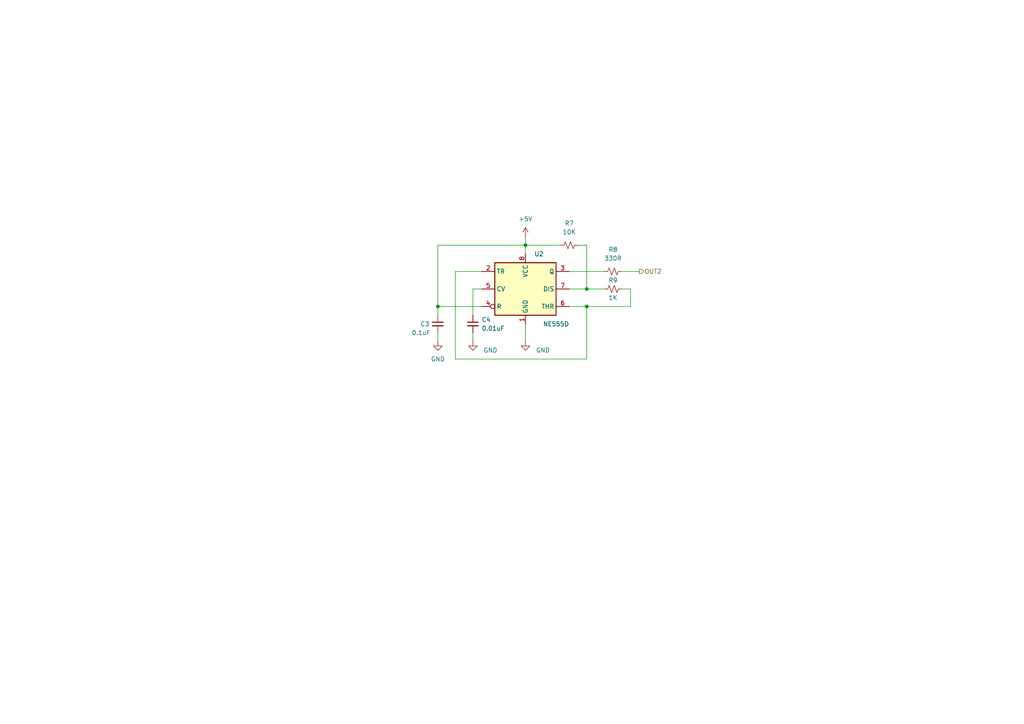
<source format=kicad_sch>
(kicad_sch
	(version 20231120)
	(generator "eeschema")
	(generator_version "8.0")
	(uuid "19100132-29bf-41ec-96db-0f7aaef4ac61")
	(paper "A4")
	(title_block
		(title "AstableF2")
		(date "2024-10-23")
		(rev "1.0")
		(company "ArVi")
		(comment 1 "Designed by")
	)
	(lib_symbols
		(symbol "Device:C_Small"
			(pin_numbers hide)
			(pin_names
				(offset 0.254) hide)
			(exclude_from_sim no)
			(in_bom yes)
			(on_board yes)
			(property "Reference" "C"
				(at 0.254 1.778 0)
				(effects
					(font
						(size 1.27 1.27)
					)
					(justify left)
				)
			)
			(property "Value" "C_Small"
				(at 0.254 -2.032 0)
				(effects
					(font
						(size 1.27 1.27)
					)
					(justify left)
				)
			)
			(property "Footprint" ""
				(at 0 0 0)
				(effects
					(font
						(size 1.27 1.27)
					)
					(hide yes)
				)
			)
			(property "Datasheet" "~"
				(at 0 0 0)
				(effects
					(font
						(size 1.27 1.27)
					)
					(hide yes)
				)
			)
			(property "Description" "Unpolarized capacitor, small symbol"
				(at 0 0 0)
				(effects
					(font
						(size 1.27 1.27)
					)
					(hide yes)
				)
			)
			(property "ki_keywords" "capacitor cap"
				(at 0 0 0)
				(effects
					(font
						(size 1.27 1.27)
					)
					(hide yes)
				)
			)
			(property "ki_fp_filters" "C_*"
				(at 0 0 0)
				(effects
					(font
						(size 1.27 1.27)
					)
					(hide yes)
				)
			)
			(symbol "C_Small_0_1"
				(polyline
					(pts
						(xy -1.524 -0.508) (xy 1.524 -0.508)
					)
					(stroke
						(width 0.3302)
						(type default)
					)
					(fill
						(type none)
					)
				)
				(polyline
					(pts
						(xy -1.524 0.508) (xy 1.524 0.508)
					)
					(stroke
						(width 0.3048)
						(type default)
					)
					(fill
						(type none)
					)
				)
			)
			(symbol "C_Small_1_1"
				(pin passive line
					(at 0 2.54 270)
					(length 2.032)
					(name "~"
						(effects
							(font
								(size 1.27 1.27)
							)
						)
					)
					(number "1"
						(effects
							(font
								(size 1.27 1.27)
							)
						)
					)
				)
				(pin passive line
					(at 0 -2.54 90)
					(length 2.032)
					(name "~"
						(effects
							(font
								(size 1.27 1.27)
							)
						)
					)
					(number "2"
						(effects
							(font
								(size 1.27 1.27)
							)
						)
					)
				)
			)
		)
		(symbol "Device:R_Small_US"
			(pin_numbers hide)
			(pin_names
				(offset 0.254) hide)
			(exclude_from_sim no)
			(in_bom yes)
			(on_board yes)
			(property "Reference" "R"
				(at 0.762 0.508 0)
				(effects
					(font
						(size 1.27 1.27)
					)
					(justify left)
				)
			)
			(property "Value" "R_Small_US"
				(at 0.762 -1.016 0)
				(effects
					(font
						(size 1.27 1.27)
					)
					(justify left)
				)
			)
			(property "Footprint" ""
				(at 0 0 0)
				(effects
					(font
						(size 1.27 1.27)
					)
					(hide yes)
				)
			)
			(property "Datasheet" "~"
				(at 0 0 0)
				(effects
					(font
						(size 1.27 1.27)
					)
					(hide yes)
				)
			)
			(property "Description" "Resistor, small US symbol"
				(at 0 0 0)
				(effects
					(font
						(size 1.27 1.27)
					)
					(hide yes)
				)
			)
			(property "ki_keywords" "r resistor"
				(at 0 0 0)
				(effects
					(font
						(size 1.27 1.27)
					)
					(hide yes)
				)
			)
			(property "ki_fp_filters" "R_*"
				(at 0 0 0)
				(effects
					(font
						(size 1.27 1.27)
					)
					(hide yes)
				)
			)
			(symbol "R_Small_US_1_1"
				(polyline
					(pts
						(xy 0 0) (xy 1.016 -0.381) (xy 0 -0.762) (xy -1.016 -1.143) (xy 0 -1.524)
					)
					(stroke
						(width 0)
						(type default)
					)
					(fill
						(type none)
					)
				)
				(polyline
					(pts
						(xy 0 1.524) (xy 1.016 1.143) (xy 0 0.762) (xy -1.016 0.381) (xy 0 0)
					)
					(stroke
						(width 0)
						(type default)
					)
					(fill
						(type none)
					)
				)
				(pin passive line
					(at 0 2.54 270)
					(length 1.016)
					(name "~"
						(effects
							(font
								(size 1.27 1.27)
							)
						)
					)
					(number "1"
						(effects
							(font
								(size 1.27 1.27)
							)
						)
					)
				)
				(pin passive line
					(at 0 -2.54 90)
					(length 1.016)
					(name "~"
						(effects
							(font
								(size 1.27 1.27)
							)
						)
					)
					(number "2"
						(effects
							(font
								(size 1.27 1.27)
							)
						)
					)
				)
			)
		)
		(symbol "Timer:NE555D"
			(exclude_from_sim no)
			(in_bom yes)
			(on_board yes)
			(property "Reference" "U"
				(at -10.16 8.89 0)
				(effects
					(font
						(size 1.27 1.27)
					)
					(justify left)
				)
			)
			(property "Value" "NE555D"
				(at 2.54 8.89 0)
				(effects
					(font
						(size 1.27 1.27)
					)
					(justify left)
				)
			)
			(property "Footprint" "Package_SO:SOIC-8_3.9x4.9mm_P1.27mm"
				(at 21.59 -10.16 0)
				(effects
					(font
						(size 1.27 1.27)
					)
					(hide yes)
				)
			)
			(property "Datasheet" "http://www.ti.com/lit/ds/symlink/ne555.pdf"
				(at 21.59 -10.16 0)
				(effects
					(font
						(size 1.27 1.27)
					)
					(hide yes)
				)
			)
			(property "Description" "Precision Timers, 555 compatible, SOIC-8"
				(at 0 0 0)
				(effects
					(font
						(size 1.27 1.27)
					)
					(hide yes)
				)
			)
			(property "ki_keywords" "single timer 555"
				(at 0 0 0)
				(effects
					(font
						(size 1.27 1.27)
					)
					(hide yes)
				)
			)
			(property "ki_fp_filters" "SOIC*3.9x4.9mm*P1.27mm*"
				(at 0 0 0)
				(effects
					(font
						(size 1.27 1.27)
					)
					(hide yes)
				)
			)
			(symbol "NE555D_0_0"
				(pin power_in line
					(at 0 -10.16 90)
					(length 2.54)
					(name "GND"
						(effects
							(font
								(size 1.27 1.27)
							)
						)
					)
					(number "1"
						(effects
							(font
								(size 1.27 1.27)
							)
						)
					)
				)
				(pin power_in line
					(at 0 10.16 270)
					(length 2.54)
					(name "VCC"
						(effects
							(font
								(size 1.27 1.27)
							)
						)
					)
					(number "8"
						(effects
							(font
								(size 1.27 1.27)
							)
						)
					)
				)
			)
			(symbol "NE555D_0_1"
				(rectangle
					(start -8.89 -7.62)
					(end 8.89 7.62)
					(stroke
						(width 0.254)
						(type default)
					)
					(fill
						(type background)
					)
				)
				(rectangle
					(start -8.89 -7.62)
					(end 8.89 7.62)
					(stroke
						(width 0.254)
						(type default)
					)
					(fill
						(type background)
					)
				)
			)
			(symbol "NE555D_1_1"
				(pin input line
					(at -12.7 5.08 0)
					(length 3.81)
					(name "TR"
						(effects
							(font
								(size 1.27 1.27)
							)
						)
					)
					(number "2"
						(effects
							(font
								(size 1.27 1.27)
							)
						)
					)
				)
				(pin output line
					(at 12.7 5.08 180)
					(length 3.81)
					(name "Q"
						(effects
							(font
								(size 1.27 1.27)
							)
						)
					)
					(number "3"
						(effects
							(font
								(size 1.27 1.27)
							)
						)
					)
				)
				(pin input inverted
					(at -12.7 -5.08 0)
					(length 3.81)
					(name "R"
						(effects
							(font
								(size 1.27 1.27)
							)
						)
					)
					(number "4"
						(effects
							(font
								(size 1.27 1.27)
							)
						)
					)
				)
				(pin input line
					(at -12.7 0 0)
					(length 3.81)
					(name "CV"
						(effects
							(font
								(size 1.27 1.27)
							)
						)
					)
					(number "5"
						(effects
							(font
								(size 1.27 1.27)
							)
						)
					)
				)
				(pin input line
					(at 12.7 -5.08 180)
					(length 3.81)
					(name "THR"
						(effects
							(font
								(size 1.27 1.27)
							)
						)
					)
					(number "6"
						(effects
							(font
								(size 1.27 1.27)
							)
						)
					)
				)
				(pin input line
					(at 12.7 0 180)
					(length 3.81)
					(name "DIS"
						(effects
							(font
								(size 1.27 1.27)
							)
						)
					)
					(number "7"
						(effects
							(font
								(size 1.27 1.27)
							)
						)
					)
				)
			)
		)
		(symbol "power:+5V"
			(power)
			(pin_numbers hide)
			(pin_names
				(offset 0) hide)
			(exclude_from_sim no)
			(in_bom yes)
			(on_board yes)
			(property "Reference" "#PWR"
				(at 0 -3.81 0)
				(effects
					(font
						(size 1.27 1.27)
					)
					(hide yes)
				)
			)
			(property "Value" "+5V"
				(at 0 3.556 0)
				(effects
					(font
						(size 1.27 1.27)
					)
				)
			)
			(property "Footprint" ""
				(at 0 0 0)
				(effects
					(font
						(size 1.27 1.27)
					)
					(hide yes)
				)
			)
			(property "Datasheet" ""
				(at 0 0 0)
				(effects
					(font
						(size 1.27 1.27)
					)
					(hide yes)
				)
			)
			(property "Description" "Power symbol creates a global label with name \"+5V\""
				(at 0 0 0)
				(effects
					(font
						(size 1.27 1.27)
					)
					(hide yes)
				)
			)
			(property "ki_keywords" "global power"
				(at 0 0 0)
				(effects
					(font
						(size 1.27 1.27)
					)
					(hide yes)
				)
			)
			(symbol "+5V_0_1"
				(polyline
					(pts
						(xy -0.762 1.27) (xy 0 2.54)
					)
					(stroke
						(width 0)
						(type default)
					)
					(fill
						(type none)
					)
				)
				(polyline
					(pts
						(xy 0 0) (xy 0 2.54)
					)
					(stroke
						(width 0)
						(type default)
					)
					(fill
						(type none)
					)
				)
				(polyline
					(pts
						(xy 0 2.54) (xy 0.762 1.27)
					)
					(stroke
						(width 0)
						(type default)
					)
					(fill
						(type none)
					)
				)
			)
			(symbol "+5V_1_1"
				(pin power_in line
					(at 0 0 90)
					(length 0)
					(name "~"
						(effects
							(font
								(size 1.27 1.27)
							)
						)
					)
					(number "1"
						(effects
							(font
								(size 1.27 1.27)
							)
						)
					)
				)
			)
		)
		(symbol "power:GND"
			(power)
			(pin_numbers hide)
			(pin_names
				(offset 0) hide)
			(exclude_from_sim no)
			(in_bom yes)
			(on_board yes)
			(property "Reference" "#PWR"
				(at 0 -6.35 0)
				(effects
					(font
						(size 1.27 1.27)
					)
					(hide yes)
				)
			)
			(property "Value" "GND"
				(at 0 -3.81 0)
				(effects
					(font
						(size 1.27 1.27)
					)
				)
			)
			(property "Footprint" ""
				(at 0 0 0)
				(effects
					(font
						(size 1.27 1.27)
					)
					(hide yes)
				)
			)
			(property "Datasheet" ""
				(at 0 0 0)
				(effects
					(font
						(size 1.27 1.27)
					)
					(hide yes)
				)
			)
			(property "Description" "Power symbol creates a global label with name \"GND\" , ground"
				(at 0 0 0)
				(effects
					(font
						(size 1.27 1.27)
					)
					(hide yes)
				)
			)
			(property "ki_keywords" "global power"
				(at 0 0 0)
				(effects
					(font
						(size 1.27 1.27)
					)
					(hide yes)
				)
			)
			(symbol "GND_0_1"
				(polyline
					(pts
						(xy 0 0) (xy 0 -1.27) (xy 1.27 -1.27) (xy 0 -2.54) (xy -1.27 -1.27) (xy 0 -1.27)
					)
					(stroke
						(width 0)
						(type default)
					)
					(fill
						(type none)
					)
				)
			)
			(symbol "GND_1_1"
				(pin power_in line
					(at 0 0 270)
					(length 0)
					(name "~"
						(effects
							(font
								(size 1.27 1.27)
							)
						)
					)
					(number "1"
						(effects
							(font
								(size 1.27 1.27)
							)
						)
					)
				)
			)
		)
	)
	(junction
		(at 127 88.9)
		(diameter 0)
		(color 0 0 0 0)
		(uuid "1ea090e1-ab94-4568-856b-a4dd8c385fb6")
	)
	(junction
		(at 170.18 88.9)
		(diameter 0)
		(color 0 0 0 0)
		(uuid "274d9698-9134-46c6-9579-116a15063041")
	)
	(junction
		(at 152.4 71.12)
		(diameter 0)
		(color 0 0 0 0)
		(uuid "2fcee35a-9ff7-4356-8ca0-be6ab2b50132")
	)
	(junction
		(at 170.18 83.82)
		(diameter 0)
		(color 0 0 0 0)
		(uuid "4406ca2d-5c69-4672-bd11-c4974fc39c7c")
	)
	(wire
		(pts
			(xy 127 88.9) (xy 127 71.12)
		)
		(stroke
			(width 0)
			(type default)
		)
		(uuid "012f1724-914c-411e-b7ac-0b7d0d0866b7")
	)
	(wire
		(pts
			(xy 165.1 83.82) (xy 170.18 83.82)
		)
		(stroke
			(width 0)
			(type default)
		)
		(uuid "037056fc-1f89-499b-86f4-5403b2d913a4")
	)
	(wire
		(pts
			(xy 180.34 78.74) (xy 185.42 78.74)
		)
		(stroke
			(width 0)
			(type default)
		)
		(uuid "1becb1e0-c34e-490b-8b47-b442d74ccb69")
	)
	(wire
		(pts
			(xy 127 88.9) (xy 127 91.44)
		)
		(stroke
			(width 0)
			(type default)
		)
		(uuid "1f7d0d6c-038e-4717-89d8-2d34ab5d9c10")
	)
	(wire
		(pts
			(xy 139.7 88.9) (xy 127 88.9)
		)
		(stroke
			(width 0)
			(type default)
		)
		(uuid "200fdc3a-f4b7-4a2c-baf9-33e0eedd0f3a")
	)
	(wire
		(pts
			(xy 132.08 78.74) (xy 139.7 78.74)
		)
		(stroke
			(width 0)
			(type default)
		)
		(uuid "2cd271f6-7f29-45e5-a6fe-e30e5272193a")
	)
	(wire
		(pts
			(xy 127 96.52) (xy 127 99.06)
		)
		(stroke
			(width 0)
			(type default)
		)
		(uuid "3decae14-c9bf-409f-9b66-691a0874652c")
	)
	(wire
		(pts
			(xy 137.16 83.82) (xy 139.7 83.82)
		)
		(stroke
			(width 0)
			(type default)
		)
		(uuid "40257364-4a13-4d66-abaf-0dab04205039")
	)
	(wire
		(pts
			(xy 170.18 83.82) (xy 170.18 71.12)
		)
		(stroke
			(width 0)
			(type default)
		)
		(uuid "5c5be200-8e4d-4b0d-b175-e2718cb21871")
	)
	(wire
		(pts
			(xy 165.1 78.74) (xy 175.26 78.74)
		)
		(stroke
			(width 0)
			(type default)
		)
		(uuid "608d2d47-0aad-4ed1-8916-0349c88d28cf")
	)
	(wire
		(pts
			(xy 152.4 71.12) (xy 152.4 73.66)
		)
		(stroke
			(width 0)
			(type default)
		)
		(uuid "6e66dfa1-cda7-4e6e-b0bc-95c61e5093df")
	)
	(wire
		(pts
			(xy 182.88 83.82) (xy 182.88 88.9)
		)
		(stroke
			(width 0)
			(type default)
		)
		(uuid "776f4957-b528-46ef-b091-6c3ade0d0dd8")
	)
	(wire
		(pts
			(xy 170.18 88.9) (xy 182.88 88.9)
		)
		(stroke
			(width 0)
			(type default)
		)
		(uuid "7903c436-ee52-477d-8306-1e60e21447bf")
	)
	(wire
		(pts
			(xy 132.08 104.14) (xy 132.08 78.74)
		)
		(stroke
			(width 0)
			(type default)
		)
		(uuid "79ff9b56-d402-42b1-a31b-edb36a2f3849")
	)
	(wire
		(pts
			(xy 167.64 71.12) (xy 170.18 71.12)
		)
		(stroke
			(width 0)
			(type default)
		)
		(uuid "963af5bf-448f-4cca-b5f7-97cf2694237c")
	)
	(wire
		(pts
			(xy 170.18 88.9) (xy 170.18 104.14)
		)
		(stroke
			(width 0)
			(type default)
		)
		(uuid "9de0a766-413c-4e0e-be31-de17d916a4af")
	)
	(wire
		(pts
			(xy 170.18 83.82) (xy 175.26 83.82)
		)
		(stroke
			(width 0)
			(type default)
		)
		(uuid "a405f6a9-1482-4393-b011-6b3eb356cd55")
	)
	(wire
		(pts
			(xy 137.16 96.52) (xy 137.16 99.06)
		)
		(stroke
			(width 0)
			(type default)
		)
		(uuid "a87e06b0-88ae-4d3c-be9b-1e2fecdef00c")
	)
	(wire
		(pts
			(xy 152.4 93.98) (xy 152.4 99.06)
		)
		(stroke
			(width 0)
			(type default)
		)
		(uuid "ba789e23-0029-4345-bcbc-d3806d08887e")
	)
	(wire
		(pts
			(xy 137.16 91.44) (xy 137.16 83.82)
		)
		(stroke
			(width 0)
			(type default)
		)
		(uuid "bb18b6dc-c3de-4cbe-b780-9a2d3f5c4e3c")
	)
	(wire
		(pts
			(xy 152.4 71.12) (xy 162.56 71.12)
		)
		(stroke
			(width 0)
			(type default)
		)
		(uuid "ce5d5671-1e1e-453e-a2be-0eccd090788d")
	)
	(wire
		(pts
			(xy 127 71.12) (xy 152.4 71.12)
		)
		(stroke
			(width 0)
			(type default)
		)
		(uuid "dc703356-fdf2-4426-870b-d6ba69d2dd40")
	)
	(wire
		(pts
			(xy 180.34 83.82) (xy 182.88 83.82)
		)
		(stroke
			(width 0)
			(type default)
		)
		(uuid "e9c17e66-3e1b-4ad9-a8f7-d9677ebb1dac")
	)
	(wire
		(pts
			(xy 165.1 88.9) (xy 170.18 88.9)
		)
		(stroke
			(width 0)
			(type default)
		)
		(uuid "eba8fc69-e1f9-4e46-9d8c-389802d78b9a")
	)
	(wire
		(pts
			(xy 152.4 68.58) (xy 152.4 71.12)
		)
		(stroke
			(width 0)
			(type default)
		)
		(uuid "eee6fed4-f465-4de5-a5d9-e02a4fbc8245")
	)
	(wire
		(pts
			(xy 170.18 104.14) (xy 132.08 104.14)
		)
		(stroke
			(width 0)
			(type default)
		)
		(uuid "f7e8ed0a-83fa-46b6-84e0-828e9088b0f3")
	)
	(hierarchical_label "OUT2"
		(shape output)
		(at 185.42 78.74 0)
		(fields_autoplaced yes)
		(effects
			(font
				(size 1.27 1.27)
			)
			(justify left)
		)
		(uuid "c5422a16-c60d-4a66-b707-1ff48996dd01")
	)
	(symbol
		(lib_id "power:+5V")
		(at 152.4 68.58 0)
		(unit 1)
		(exclude_from_sim no)
		(in_bom yes)
		(on_board yes)
		(dnp no)
		(fields_autoplaced yes)
		(uuid "045442a0-9515-41ea-80f3-a27e762d3e4e")
		(property "Reference" "#PWR08"
			(at 152.4 72.39 0)
			(effects
				(font
					(size 1.27 1.27)
				)
				(hide yes)
			)
		)
		(property "Value" "+5V"
			(at 152.4 63.5 0)
			(effects
				(font
					(size 1.27 1.27)
				)
			)
		)
		(property "Footprint" ""
			(at 152.4 68.58 0)
			(effects
				(font
					(size 1.27 1.27)
				)
				(hide yes)
			)
		)
		(property "Datasheet" ""
			(at 152.4 68.58 0)
			(effects
				(font
					(size 1.27 1.27)
				)
				(hide yes)
			)
		)
		(property "Description" "Power symbol creates a global label with name \"+5V\""
			(at 152.4 68.58 0)
			(effects
				(font
					(size 1.27 1.27)
				)
				(hide yes)
			)
		)
		(pin "1"
			(uuid "1f1f8bad-9e24-4f69-8fcd-a6bfa21cae04")
		)
		(instances
			(project "hirerchy_test"
				(path "/217f3fc2-5bbf-4da7-910e-b73d6b0262c8/a0b3c593-cac0-43d9-9545-9285f4aa96e2"
					(reference "#PWR08")
					(unit 1)
				)
			)
		)
	)
	(symbol
		(lib_id "Timer:NE555D")
		(at 152.4 83.82 0)
		(unit 1)
		(exclude_from_sim no)
		(in_bom yes)
		(on_board yes)
		(dnp no)
		(uuid "07e6538e-13e1-4f1a-8740-b077d6779964")
		(property "Reference" "U2"
			(at 154.94 73.66 0)
			(effects
				(font
					(size 1.27 1.27)
				)
				(justify left)
			)
		)
		(property "Value" "NE555D"
			(at 157.48 93.98 0)
			(effects
				(font
					(size 1.27 1.27)
				)
				(justify left)
			)
		)
		(property "Footprint" "Package_SO:SOIC-8_3.9x4.9mm_P1.27mm"
			(at 173.99 93.98 0)
			(effects
				(font
					(size 1.27 1.27)
				)
				(hide yes)
			)
		)
		(property "Datasheet" "http://www.ti.com/lit/ds/symlink/ne555.pdf"
			(at 173.99 93.98 0)
			(effects
				(font
					(size 1.27 1.27)
				)
				(hide yes)
			)
		)
		(property "Description" "Precision Timers, 555 compatible, SOIC-8"
			(at 152.4 83.82 0)
			(effects
				(font
					(size 1.27 1.27)
				)
				(hide yes)
			)
		)
		(pin "7"
			(uuid "09b14310-b066-4331-8c07-83635c8289be")
		)
		(pin "1"
			(uuid "d7ddf255-75c9-4be4-9ace-496a5bf39f47")
		)
		(pin "6"
			(uuid "7d1e3948-ac6c-45d1-855f-104d0853cb9f")
		)
		(pin "3"
			(uuid "80e9fe9c-c50b-4cf3-aae5-59c3b5fee681")
		)
		(pin "8"
			(uuid "8afab9f8-f1b0-4ee7-941d-16c96a4d74e6")
		)
		(pin "2"
			(uuid "1e8a1fdc-6ea2-46e1-a729-c9446f3f93c0")
		)
		(pin "5"
			(uuid "dc932024-33f1-4165-89d3-c229685d667e")
		)
		(pin "4"
			(uuid "d8399f54-759f-4b5a-a9aa-f33262ca6ca6")
		)
		(instances
			(project "hirerchy_test"
				(path "/217f3fc2-5bbf-4da7-910e-b73d6b0262c8/a0b3c593-cac0-43d9-9545-9285f4aa96e2"
					(reference "U2")
					(unit 1)
				)
			)
		)
	)
	(symbol
		(lib_id "power:GND")
		(at 137.16 99.06 0)
		(unit 1)
		(exclude_from_sim no)
		(in_bom yes)
		(on_board yes)
		(dnp no)
		(uuid "1820029b-8301-440e-805a-eda12a22fb18")
		(property "Reference" "#PWR010"
			(at 137.16 105.41 0)
			(effects
				(font
					(size 1.27 1.27)
				)
				(hide yes)
			)
		)
		(property "Value" "GND"
			(at 142.24 101.6 0)
			(effects
				(font
					(size 1.27 1.27)
				)
			)
		)
		(property "Footprint" ""
			(at 137.16 99.06 0)
			(effects
				(font
					(size 1.27 1.27)
				)
				(hide yes)
			)
		)
		(property "Datasheet" ""
			(at 137.16 99.06 0)
			(effects
				(font
					(size 1.27 1.27)
				)
				(hide yes)
			)
		)
		(property "Description" "Power symbol creates a global label with name \"GND\" , ground"
			(at 137.16 99.06 0)
			(effects
				(font
					(size 1.27 1.27)
				)
				(hide yes)
			)
		)
		(pin "1"
			(uuid "e8d09ba9-7020-4e41-9df5-7a9f3fbbebc1")
		)
		(instances
			(project "hirerchy_test"
				(path "/217f3fc2-5bbf-4da7-910e-b73d6b0262c8/a0b3c593-cac0-43d9-9545-9285f4aa96e2"
					(reference "#PWR010")
					(unit 1)
				)
			)
		)
	)
	(symbol
		(lib_id "power:GND")
		(at 152.4 99.06 0)
		(unit 1)
		(exclude_from_sim no)
		(in_bom yes)
		(on_board yes)
		(dnp no)
		(uuid "273a105c-97f5-438c-9c6e-bcbc17860578")
		(property "Reference" "#PWR011"
			(at 152.4 105.41 0)
			(effects
				(font
					(size 1.27 1.27)
				)
				(hide yes)
			)
		)
		(property "Value" "GND"
			(at 157.48 101.6 0)
			(effects
				(font
					(size 1.27 1.27)
				)
			)
		)
		(property "Footprint" ""
			(at 152.4 99.06 0)
			(effects
				(font
					(size 1.27 1.27)
				)
				(hide yes)
			)
		)
		(property "Datasheet" ""
			(at 152.4 99.06 0)
			(effects
				(font
					(size 1.27 1.27)
				)
				(hide yes)
			)
		)
		(property "Description" "Power symbol creates a global label with name \"GND\" , ground"
			(at 152.4 99.06 0)
			(effects
				(font
					(size 1.27 1.27)
				)
				(hide yes)
			)
		)
		(pin "1"
			(uuid "fdfcd0f6-f745-4ef5-b215-10553ee419f3")
		)
		(instances
			(project "hirerchy_test"
				(path "/217f3fc2-5bbf-4da7-910e-b73d6b0262c8/a0b3c593-cac0-43d9-9545-9285f4aa96e2"
					(reference "#PWR011")
					(unit 1)
				)
			)
		)
	)
	(symbol
		(lib_id "Device:C_Small")
		(at 127 93.98 0)
		(unit 1)
		(exclude_from_sim no)
		(in_bom yes)
		(on_board yes)
		(dnp no)
		(uuid "690eab71-e84d-4b7e-8d1b-64d0a6a0831d")
		(property "Reference" "C3"
			(at 121.92 93.98 0)
			(effects
				(font
					(size 1.27 1.27)
				)
				(justify left)
			)
		)
		(property "Value" "0.1uF"
			(at 119.38 96.52 0)
			(effects
				(font
					(size 1.27 1.27)
				)
				(justify left)
			)
		)
		(property "Footprint" "Capacitor_SMD:C_0805_2012Metric"
			(at 127 93.98 0)
			(effects
				(font
					(size 1.27 1.27)
				)
				(hide yes)
			)
		)
		(property "Datasheet" "~"
			(at 127 93.98 0)
			(effects
				(font
					(size 1.27 1.27)
				)
				(hide yes)
			)
		)
		(property "Description" "Unpolarized capacitor, small symbol"
			(at 127 93.98 0)
			(effects
				(font
					(size 1.27 1.27)
				)
				(hide yes)
			)
		)
		(pin "1"
			(uuid "a45907f0-5e63-4869-bc74-5b907064f15f")
		)
		(pin "2"
			(uuid "ddd0f58a-3184-4ab6-91da-4b3e85cbe9fa")
		)
		(instances
			(project "hirerchy_test"
				(path "/217f3fc2-5bbf-4da7-910e-b73d6b0262c8/a0b3c593-cac0-43d9-9545-9285f4aa96e2"
					(reference "C3")
					(unit 1)
				)
			)
		)
	)
	(symbol
		(lib_id "power:GND")
		(at 127 99.06 0)
		(unit 1)
		(exclude_from_sim no)
		(in_bom yes)
		(on_board yes)
		(dnp no)
		(uuid "7b901495-22d5-4bb8-8787-9b7067633e43")
		(property "Reference" "#PWR09"
			(at 127 105.41 0)
			(effects
				(font
					(size 1.27 1.27)
				)
				(hide yes)
			)
		)
		(property "Value" "GND"
			(at 127 104.14 0)
			(effects
				(font
					(size 1.27 1.27)
				)
			)
		)
		(property "Footprint" ""
			(at 127 99.06 0)
			(effects
				(font
					(size 1.27 1.27)
				)
				(hide yes)
			)
		)
		(property "Datasheet" ""
			(at 127 99.06 0)
			(effects
				(font
					(size 1.27 1.27)
				)
				(hide yes)
			)
		)
		(property "Description" "Power symbol creates a global label with name \"GND\" , ground"
			(at 127 99.06 0)
			(effects
				(font
					(size 1.27 1.27)
				)
				(hide yes)
			)
		)
		(pin "1"
			(uuid "ea21f6bf-e36e-43ee-bcaa-81e97c307de2")
		)
		(instances
			(project "hirerchy_test"
				(path "/217f3fc2-5bbf-4da7-910e-b73d6b0262c8/a0b3c593-cac0-43d9-9545-9285f4aa96e2"
					(reference "#PWR09")
					(unit 1)
				)
			)
		)
	)
	(symbol
		(lib_id "Device:R_Small_US")
		(at 177.8 83.82 90)
		(unit 1)
		(exclude_from_sim no)
		(in_bom yes)
		(on_board yes)
		(dnp no)
		(uuid "8f2d1390-ff1e-413a-9da4-7f440aa80dbf")
		(property "Reference" "R9"
			(at 177.8 81.28 90)
			(effects
				(font
					(size 1.27 1.27)
				)
			)
		)
		(property "Value" "1K"
			(at 177.8 86.36 90)
			(effects
				(font
					(size 1.27 1.27)
				)
			)
		)
		(property "Footprint" "Resistor_SMD:R_0805_2012Metric"
			(at 177.8 83.82 0)
			(effects
				(font
					(size 1.27 1.27)
				)
				(hide yes)
			)
		)
		(property "Datasheet" "~"
			(at 177.8 83.82 0)
			(effects
				(font
					(size 1.27 1.27)
				)
				(hide yes)
			)
		)
		(property "Description" "Resistor, small US symbol"
			(at 177.8 83.82 0)
			(effects
				(font
					(size 1.27 1.27)
				)
				(hide yes)
			)
		)
		(pin "1"
			(uuid "758e262c-bee5-427b-81c4-fa4889dfb6e7")
		)
		(pin "2"
			(uuid "9816f3a6-a16e-40b9-915a-9fd3bcd408fc")
		)
		(instances
			(project "hirerchy_test"
				(path "/217f3fc2-5bbf-4da7-910e-b73d6b0262c8/a0b3c593-cac0-43d9-9545-9285f4aa96e2"
					(reference "R9")
					(unit 1)
				)
			)
		)
	)
	(symbol
		(lib_id "Device:C_Small")
		(at 137.16 93.98 0)
		(unit 1)
		(exclude_from_sim no)
		(in_bom yes)
		(on_board yes)
		(dnp no)
		(fields_autoplaced yes)
		(uuid "e49479f5-6b22-4a9c-b9ab-b367348858c4")
		(property "Reference" "C4"
			(at 139.7 92.7162 0)
			(effects
				(font
					(size 1.27 1.27)
				)
				(justify left)
			)
		)
		(property "Value" "0.01uF"
			(at 139.7 95.2562 0)
			(effects
				(font
					(size 1.27 1.27)
				)
				(justify left)
			)
		)
		(property "Footprint" "Capacitor_SMD:C_0805_2012Metric"
			(at 137.16 93.98 0)
			(effects
				(font
					(size 1.27 1.27)
				)
				(hide yes)
			)
		)
		(property "Datasheet" "~"
			(at 137.16 93.98 0)
			(effects
				(font
					(size 1.27 1.27)
				)
				(hide yes)
			)
		)
		(property "Description" "Unpolarized capacitor, small symbol"
			(at 137.16 93.98 0)
			(effects
				(font
					(size 1.27 1.27)
				)
				(hide yes)
			)
		)
		(pin "1"
			(uuid "48bee7f0-a99a-4437-b129-13a2279b2338")
		)
		(pin "2"
			(uuid "570878de-9d2d-4db4-9d1a-4bcd73ecd171")
		)
		(instances
			(project "hirerchy_test"
				(path "/217f3fc2-5bbf-4da7-910e-b73d6b0262c8/a0b3c593-cac0-43d9-9545-9285f4aa96e2"
					(reference "C4")
					(unit 1)
				)
			)
		)
	)
	(symbol
		(lib_id "Device:R_Small_US")
		(at 165.1 71.12 90)
		(unit 1)
		(exclude_from_sim no)
		(in_bom yes)
		(on_board yes)
		(dnp no)
		(fields_autoplaced yes)
		(uuid "e5e3682a-6efd-4548-9993-50f12eaf0e59")
		(property "Reference" "R7"
			(at 165.1 64.77 90)
			(effects
				(font
					(size 1.27 1.27)
				)
			)
		)
		(property "Value" "10K"
			(at 165.1 67.31 90)
			(effects
				(font
					(size 1.27 1.27)
				)
			)
		)
		(property "Footprint" "Resistor_SMD:R_0805_2012Metric"
			(at 165.1 71.12 0)
			(effects
				(font
					(size 1.27 1.27)
				)
				(hide yes)
			)
		)
		(property "Datasheet" "~"
			(at 165.1 71.12 0)
			(effects
				(font
					(size 1.27 1.27)
				)
				(hide yes)
			)
		)
		(property "Description" "Resistor, small US symbol"
			(at 165.1 71.12 0)
			(effects
				(font
					(size 1.27 1.27)
				)
				(hide yes)
			)
		)
		(pin "1"
			(uuid "f9104d25-4551-49f8-b237-50b62472af02")
		)
		(pin "2"
			(uuid "a6e14a73-760f-4842-9960-96be46a5ae74")
		)
		(instances
			(project "hirerchy_test"
				(path "/217f3fc2-5bbf-4da7-910e-b73d6b0262c8/a0b3c593-cac0-43d9-9545-9285f4aa96e2"
					(reference "R7")
					(unit 1)
				)
			)
		)
	)
	(symbol
		(lib_id "Device:R_Small_US")
		(at 177.8 78.74 90)
		(unit 1)
		(exclude_from_sim no)
		(in_bom yes)
		(on_board yes)
		(dnp no)
		(fields_autoplaced yes)
		(uuid "fdb6279f-797b-4002-b72f-0d89f62a3525")
		(property "Reference" "R8"
			(at 177.8 72.39 90)
			(effects
				(font
					(size 1.27 1.27)
				)
			)
		)
		(property "Value" "330R"
			(at 177.8 74.93 90)
			(effects
				(font
					(size 1.27 1.27)
				)
			)
		)
		(property "Footprint" "Resistor_SMD:R_0805_2012Metric"
			(at 177.8 78.74 0)
			(effects
				(font
					(size 1.27 1.27)
				)
				(hide yes)
			)
		)
		(property "Datasheet" "~"
			(at 177.8 78.74 0)
			(effects
				(font
					(size 1.27 1.27)
				)
				(hide yes)
			)
		)
		(property "Description" "Resistor, small US symbol"
			(at 177.8 78.74 0)
			(effects
				(font
					(size 1.27 1.27)
				)
				(hide yes)
			)
		)
		(pin "1"
			(uuid "88739ff7-1e2f-4cc0-a01d-702341379e2d")
		)
		(pin "2"
			(uuid "075fab36-3838-4c3f-bb3f-006f1a16d36a")
		)
		(instances
			(project "hirerchy_test"
				(path "/217f3fc2-5bbf-4da7-910e-b73d6b0262c8/a0b3c593-cac0-43d9-9545-9285f4aa96e2"
					(reference "R8")
					(unit 1)
				)
			)
		)
	)
)

</source>
